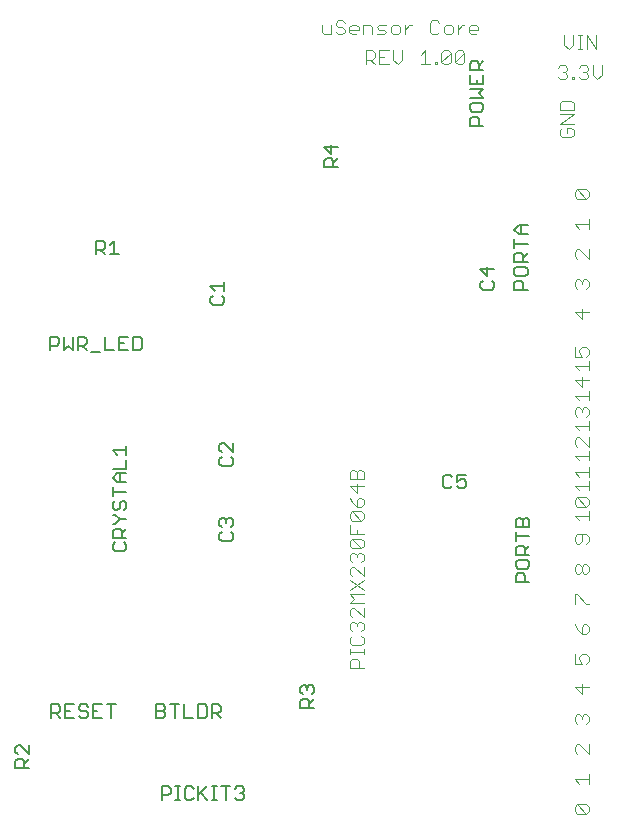
<source format=gbo>
G75*
G70*
%OFA0B0*%
%FSLAX24Y24*%
%IPPOS*%
%LPD*%
%AMOC8*
5,1,8,0,0,1.08239X$1,22.5*
%
%ADD10C,0.0040*%
%ADD11C,0.0050*%
D10*
X014450Y017324D02*
X014450Y017554D01*
X014526Y017631D01*
X014680Y017631D01*
X014757Y017554D01*
X014757Y017324D01*
X014910Y017324D02*
X014450Y017324D01*
X014450Y017784D02*
X014450Y017938D01*
X014450Y017861D02*
X014910Y017861D01*
X014910Y017784D02*
X014910Y017938D01*
X014833Y018091D02*
X014910Y018168D01*
X014910Y018321D01*
X014833Y018398D01*
X014833Y018551D02*
X014910Y018628D01*
X014910Y018782D01*
X014833Y018858D01*
X014757Y018858D01*
X014680Y018782D01*
X014680Y018705D01*
X014680Y018782D02*
X014603Y018858D01*
X014526Y018858D01*
X014450Y018782D01*
X014450Y018628D01*
X014526Y018551D01*
X014526Y018398D02*
X014450Y018321D01*
X014450Y018168D01*
X014526Y018091D01*
X014833Y018091D01*
X014910Y019012D02*
X014603Y019319D01*
X014526Y019319D01*
X014450Y019242D01*
X014450Y019089D01*
X014526Y019012D01*
X014910Y019012D02*
X014910Y019319D01*
X014910Y019472D02*
X014450Y019472D01*
X014603Y019626D01*
X014450Y019779D01*
X014910Y019779D01*
X014910Y019933D02*
X014450Y020240D01*
X014526Y020393D02*
X014450Y020470D01*
X014450Y020623D01*
X014526Y020700D01*
X014603Y020700D01*
X014910Y020393D01*
X014910Y020700D01*
X014833Y020853D02*
X014910Y020930D01*
X014910Y021084D01*
X014833Y021160D01*
X014757Y021160D01*
X014680Y021084D01*
X014680Y021007D01*
X014680Y021084D02*
X014603Y021160D01*
X014526Y021160D01*
X014450Y021084D01*
X014450Y020930D01*
X014526Y020853D01*
X014526Y021314D02*
X014450Y021391D01*
X014450Y021544D01*
X014526Y021621D01*
X014833Y021314D01*
X014910Y021391D01*
X014910Y021544D01*
X014833Y021621D01*
X014526Y021621D01*
X014450Y021774D02*
X014450Y022081D01*
X014526Y022235D02*
X014450Y022311D01*
X014450Y022465D01*
X014526Y022542D01*
X014833Y022235D01*
X014910Y022311D01*
X014910Y022465D01*
X014833Y022542D01*
X014526Y022542D01*
X014680Y022695D02*
X014680Y022925D01*
X014757Y023002D01*
X014833Y023002D01*
X014910Y022925D01*
X014910Y022772D01*
X014833Y022695D01*
X014680Y022695D01*
X014526Y022848D01*
X014450Y023002D01*
X014680Y023155D02*
X014450Y023386D01*
X014910Y023386D01*
X014910Y023616D02*
X014910Y023846D01*
X014833Y023923D01*
X014757Y023923D01*
X014680Y023846D01*
X014680Y023616D01*
X014680Y023462D02*
X014680Y023155D01*
X014910Y023616D02*
X014450Y023616D01*
X014450Y023846D01*
X014526Y023923D01*
X014603Y023923D01*
X014680Y023846D01*
X014833Y022235D02*
X014526Y022235D01*
X014680Y021928D02*
X014680Y021774D01*
X014910Y021774D02*
X014450Y021774D01*
X014526Y021314D02*
X014833Y021314D01*
X014910Y020240D02*
X014450Y019933D01*
X021950Y019777D02*
X021950Y019470D01*
X021950Y019777D02*
X022026Y019777D01*
X022333Y019470D01*
X022410Y019470D01*
X022333Y018777D02*
X022257Y018777D01*
X022180Y018700D01*
X022180Y018470D01*
X022333Y018470D01*
X022410Y018547D01*
X022410Y018700D01*
X022333Y018777D01*
X022026Y018623D02*
X022180Y018470D01*
X022026Y018623D02*
X021950Y018777D01*
X021950Y017777D02*
X021950Y017470D01*
X022180Y017470D01*
X022103Y017623D01*
X022103Y017700D01*
X022180Y017777D01*
X022333Y017777D01*
X022410Y017700D01*
X022410Y017547D01*
X022333Y017470D01*
X022180Y016777D02*
X022180Y016470D01*
X021950Y016700D01*
X022410Y016700D01*
X022333Y015777D02*
X022410Y015700D01*
X022410Y015547D01*
X022333Y015470D01*
X022180Y015623D02*
X022180Y015700D01*
X022257Y015777D01*
X022333Y015777D01*
X022180Y015700D02*
X022103Y015777D01*
X022026Y015777D01*
X021950Y015700D01*
X021950Y015547D01*
X022026Y015470D01*
X022026Y014777D02*
X021950Y014700D01*
X021950Y014547D01*
X022026Y014470D01*
X022026Y014777D02*
X022103Y014777D01*
X022410Y014470D01*
X022410Y014777D01*
X022410Y013777D02*
X022410Y013470D01*
X022410Y013623D02*
X021950Y013623D01*
X022103Y013470D01*
X022026Y012777D02*
X022333Y012470D01*
X022410Y012547D01*
X022410Y012700D01*
X022333Y012777D01*
X022026Y012777D01*
X021950Y012700D01*
X021950Y012547D01*
X022026Y012470D01*
X022333Y012470D01*
X022333Y020470D02*
X022257Y020470D01*
X022180Y020547D01*
X022180Y020700D01*
X022257Y020777D01*
X022333Y020777D01*
X022410Y020700D01*
X022410Y020547D01*
X022333Y020470D01*
X022180Y020547D02*
X022103Y020470D01*
X022026Y020470D01*
X021950Y020547D01*
X021950Y020700D01*
X022026Y020777D01*
X022103Y020777D01*
X022180Y020700D01*
X022103Y021470D02*
X022180Y021547D01*
X022180Y021777D01*
X022333Y021777D02*
X022026Y021777D01*
X021950Y021700D01*
X021950Y021547D01*
X022026Y021470D01*
X022103Y021470D01*
X022333Y021470D02*
X022410Y021547D01*
X022410Y021700D01*
X022333Y021777D01*
X022410Y022240D02*
X022410Y022547D01*
X022410Y022393D02*
X021950Y022393D01*
X022103Y022240D01*
X022026Y022700D02*
X021950Y022777D01*
X021950Y022930D01*
X022026Y023007D01*
X022333Y022700D01*
X022410Y022777D01*
X022410Y022930D01*
X022333Y023007D01*
X022026Y023007D01*
X022103Y023240D02*
X021950Y023393D01*
X022410Y023393D01*
X022410Y023240D02*
X022410Y023547D01*
X022410Y023700D02*
X022410Y024007D01*
X022410Y023853D02*
X021950Y023853D01*
X022103Y023700D01*
X022103Y024240D02*
X021950Y024393D01*
X022410Y024393D01*
X022410Y024240D02*
X022410Y024547D01*
X022410Y024700D02*
X022103Y025007D01*
X022026Y025007D01*
X021950Y024930D01*
X021950Y024777D01*
X022026Y024700D01*
X022410Y024700D02*
X022410Y025007D01*
X022410Y025240D02*
X022410Y025547D01*
X022410Y025393D02*
X021950Y025393D01*
X022103Y025240D01*
X022026Y025700D02*
X021950Y025777D01*
X021950Y025930D01*
X022026Y026007D01*
X022103Y026007D01*
X022180Y025930D01*
X022257Y026007D01*
X022333Y026007D01*
X022410Y025930D01*
X022410Y025777D01*
X022333Y025700D01*
X022180Y025853D02*
X022180Y025930D01*
X022103Y026240D02*
X021950Y026393D01*
X022410Y026393D01*
X022410Y026240D02*
X022410Y026547D01*
X022180Y026700D02*
X022180Y027007D01*
X022410Y026930D02*
X021950Y026930D01*
X022180Y026700D01*
X022103Y027240D02*
X021950Y027393D01*
X022410Y027393D01*
X022410Y027240D02*
X022410Y027547D01*
X022333Y027700D02*
X022410Y027777D01*
X022410Y027930D01*
X022333Y028007D01*
X022180Y028007D01*
X022103Y027930D01*
X022103Y027853D01*
X022180Y027700D01*
X021950Y027700D01*
X021950Y028007D01*
X022180Y028970D02*
X022180Y029277D01*
X022410Y029200D02*
X021950Y029200D01*
X022180Y028970D01*
X022333Y029970D02*
X022410Y030047D01*
X022410Y030200D01*
X022333Y030277D01*
X022257Y030277D01*
X022180Y030200D01*
X022180Y030123D01*
X022180Y030200D02*
X022103Y030277D01*
X022026Y030277D01*
X021950Y030200D01*
X021950Y030047D01*
X022026Y029970D01*
X022026Y030970D02*
X021950Y031047D01*
X021950Y031200D01*
X022026Y031277D01*
X022103Y031277D01*
X022410Y030970D01*
X022410Y031277D01*
X022410Y031970D02*
X022410Y032277D01*
X022410Y032123D02*
X021950Y032123D01*
X022103Y031970D01*
X022026Y032970D02*
X021950Y033047D01*
X021950Y033200D01*
X022026Y033277D01*
X022333Y032970D01*
X022410Y033047D01*
X022410Y033200D01*
X022333Y033277D01*
X022026Y033277D01*
X022026Y032970D02*
X022333Y032970D01*
X021833Y035009D02*
X021526Y035009D01*
X021450Y035086D01*
X021450Y035240D01*
X021526Y035316D01*
X021680Y035316D02*
X021680Y035163D01*
X021680Y035316D02*
X021833Y035316D01*
X021910Y035240D01*
X021910Y035086D01*
X021833Y035009D01*
X021910Y035470D02*
X021450Y035470D01*
X021910Y035777D01*
X021450Y035777D01*
X021450Y035930D02*
X021450Y036160D01*
X021526Y036237D01*
X021833Y036237D01*
X021910Y036160D01*
X021910Y035930D01*
X021450Y035930D01*
X021471Y036950D02*
X021394Y037027D01*
X021471Y036950D02*
X021625Y036950D01*
X021701Y037027D01*
X021701Y037103D01*
X021625Y037180D01*
X021548Y037180D01*
X021625Y037180D02*
X021701Y037257D01*
X021701Y037334D01*
X021625Y037410D01*
X021471Y037410D01*
X021394Y037334D01*
X021855Y037027D02*
X021855Y036950D01*
X021931Y036950D01*
X021931Y037027D01*
X021855Y037027D01*
X022085Y037027D02*
X022162Y036950D01*
X022315Y036950D01*
X022392Y037027D01*
X022392Y037103D01*
X022315Y037180D01*
X022238Y037180D01*
X022315Y037180D02*
X022392Y037257D01*
X022392Y037334D01*
X022315Y037410D01*
X022162Y037410D01*
X022085Y037334D01*
X022545Y037410D02*
X022545Y037103D01*
X022699Y036950D01*
X022852Y037103D01*
X022852Y037410D01*
X022660Y037950D02*
X022660Y038410D01*
X022353Y038410D02*
X022660Y037950D01*
X022353Y037950D02*
X022353Y038410D01*
X022200Y038410D02*
X022047Y038410D01*
X022123Y038410D02*
X022123Y037950D01*
X022047Y037950D02*
X022200Y037950D01*
X021893Y038103D02*
X021893Y038410D01*
X021893Y038103D02*
X021740Y037950D01*
X021586Y038103D01*
X021586Y038410D01*
X018732Y038603D02*
X018425Y038603D01*
X018425Y038527D02*
X018425Y038680D01*
X018502Y038757D01*
X018655Y038757D01*
X018732Y038680D01*
X018732Y038603D01*
X018655Y038450D02*
X018502Y038450D01*
X018425Y038527D01*
X018272Y038757D02*
X018195Y038757D01*
X018042Y038603D01*
X018042Y038450D02*
X018042Y038757D01*
X017888Y038680D02*
X017811Y038757D01*
X017658Y038757D01*
X017581Y038680D01*
X017581Y038527D01*
X017658Y038450D01*
X017811Y038450D01*
X017888Y038527D01*
X017888Y038680D01*
X017428Y038527D02*
X017351Y038450D01*
X017198Y038450D01*
X017121Y038527D01*
X017121Y038834D01*
X017198Y038910D01*
X017351Y038910D01*
X017428Y038834D01*
X016507Y038757D02*
X016430Y038757D01*
X016277Y038603D01*
X016277Y038450D02*
X016277Y038757D01*
X016123Y038680D02*
X016047Y038757D01*
X015893Y038757D01*
X015816Y038680D01*
X015816Y038527D01*
X015893Y038450D01*
X016047Y038450D01*
X016123Y038527D01*
X016123Y038680D01*
X015663Y038757D02*
X015433Y038757D01*
X015356Y038680D01*
X015433Y038603D01*
X015586Y038603D01*
X015663Y038527D01*
X015586Y038450D01*
X015356Y038450D01*
X015202Y038450D02*
X015202Y038680D01*
X015126Y038757D01*
X014896Y038757D01*
X014896Y038450D01*
X014742Y038603D02*
X014435Y038603D01*
X014435Y038527D02*
X014435Y038680D01*
X014512Y038757D01*
X014665Y038757D01*
X014742Y038680D01*
X014742Y038603D01*
X014665Y038450D02*
X014512Y038450D01*
X014435Y038527D01*
X014282Y038527D02*
X014205Y038450D01*
X014051Y038450D01*
X013975Y038527D01*
X014051Y038680D02*
X013975Y038757D01*
X013975Y038834D01*
X014051Y038910D01*
X014205Y038910D01*
X014282Y038834D01*
X014205Y038680D02*
X014282Y038603D01*
X014282Y038527D01*
X014205Y038680D02*
X014051Y038680D01*
X013821Y038757D02*
X013821Y038450D01*
X013591Y038450D01*
X013514Y038527D01*
X013514Y038757D01*
X014974Y037910D02*
X014974Y037450D01*
X014974Y037603D02*
X015204Y037603D01*
X015280Y037680D01*
X015280Y037834D01*
X015204Y037910D01*
X014974Y037910D01*
X015127Y037603D02*
X015280Y037450D01*
X015434Y037450D02*
X015741Y037450D01*
X015894Y037603D02*
X016048Y037450D01*
X016201Y037603D01*
X016201Y037910D01*
X015894Y037910D02*
X015894Y037603D01*
X015587Y037680D02*
X015434Y037680D01*
X015434Y037910D02*
X015434Y037450D01*
X015434Y037910D02*
X015741Y037910D01*
X016815Y037757D02*
X016969Y037910D01*
X016969Y037450D01*
X017122Y037450D02*
X016815Y037450D01*
X017275Y037450D02*
X017275Y037527D01*
X017352Y037527D01*
X017352Y037450D01*
X017275Y037450D01*
X017506Y037527D02*
X017813Y037834D01*
X017813Y037527D01*
X017736Y037450D01*
X017582Y037450D01*
X017506Y037527D01*
X017506Y037834D01*
X017582Y037910D01*
X017736Y037910D01*
X017813Y037834D01*
X017966Y037834D02*
X018043Y037910D01*
X018196Y037910D01*
X018273Y037834D01*
X017966Y037527D01*
X018043Y037450D01*
X018196Y037450D01*
X018273Y037527D01*
X018273Y037834D01*
X017966Y037834D02*
X017966Y037527D01*
X022026Y022700D02*
X022333Y022700D01*
D11*
X008175Y013375D02*
X008175Y012925D01*
X008175Y013075D02*
X008400Y013075D01*
X008475Y013150D01*
X008475Y013300D01*
X008400Y013375D01*
X008175Y013375D01*
X008635Y013375D02*
X008786Y013375D01*
X008710Y013375D02*
X008710Y012925D01*
X008635Y012925D02*
X008786Y012925D01*
X008942Y013000D02*
X009017Y012925D01*
X009168Y012925D01*
X009243Y013000D01*
X009403Y012925D02*
X009403Y013375D01*
X009243Y013300D02*
X009168Y013375D01*
X009017Y013375D01*
X008942Y013300D01*
X008942Y013000D01*
X009403Y013075D02*
X009703Y013375D01*
X009863Y013375D02*
X010013Y013375D01*
X009938Y013375D02*
X009938Y012925D01*
X009863Y012925D02*
X010013Y012925D01*
X010320Y012925D02*
X010320Y013375D01*
X010170Y013375D02*
X010470Y013375D01*
X010630Y013300D02*
X010705Y013375D01*
X010856Y013375D01*
X010931Y013300D01*
X010931Y013225D01*
X010856Y013150D01*
X010931Y013075D01*
X010931Y013000D01*
X010856Y012925D01*
X010705Y012925D01*
X010630Y013000D01*
X010781Y013150D02*
X010856Y013150D01*
X009703Y012925D02*
X009478Y013150D01*
X009386Y015655D02*
X009611Y015655D01*
X009686Y015730D01*
X009686Y016030D01*
X009611Y016105D01*
X009386Y016105D01*
X009386Y015655D01*
X009226Y015655D02*
X008926Y015655D01*
X008926Y016105D01*
X008766Y016105D02*
X008465Y016105D01*
X008616Y016105D02*
X008616Y015655D01*
X008305Y015730D02*
X008230Y015655D01*
X008005Y015655D01*
X008005Y016105D01*
X008230Y016105D01*
X008305Y016030D01*
X008305Y015955D01*
X008230Y015880D01*
X008005Y015880D01*
X008230Y015880D02*
X008305Y015805D01*
X008305Y015730D01*
X009847Y015655D02*
X009847Y016105D01*
X010072Y016105D01*
X010147Y016030D01*
X010147Y015880D01*
X010072Y015805D01*
X009847Y015805D01*
X009997Y015805D02*
X010147Y015655D01*
X012805Y015984D02*
X012805Y016209D01*
X012880Y016284D01*
X013030Y016284D01*
X013105Y016209D01*
X013105Y015984D01*
X013255Y015984D02*
X012805Y015984D01*
X013105Y016134D02*
X013255Y016284D01*
X013180Y016445D02*
X013255Y016520D01*
X013255Y016670D01*
X013180Y016745D01*
X013105Y016745D01*
X013030Y016670D01*
X013030Y016595D01*
X013030Y016670D02*
X012955Y016745D01*
X012880Y016745D01*
X012805Y016670D01*
X012805Y016520D01*
X012880Y016445D01*
X010480Y021555D02*
X010555Y021630D01*
X010555Y021780D01*
X010480Y021855D01*
X010480Y022015D02*
X010555Y022090D01*
X010555Y022241D01*
X010480Y022316D01*
X010405Y022316D01*
X010330Y022241D01*
X010330Y022166D01*
X010330Y022241D02*
X010255Y022316D01*
X010180Y022316D01*
X010105Y022241D01*
X010105Y022090D01*
X010180Y022015D01*
X010180Y021855D02*
X010105Y021780D01*
X010105Y021630D01*
X010180Y021555D01*
X010480Y021555D01*
X010480Y024055D02*
X010555Y024130D01*
X010555Y024280D01*
X010480Y024355D01*
X010555Y024515D02*
X010255Y024816D01*
X010180Y024816D01*
X010105Y024741D01*
X010105Y024590D01*
X010180Y024515D01*
X010180Y024355D02*
X010105Y024280D01*
X010105Y024130D01*
X010180Y024055D01*
X010480Y024055D01*
X010555Y024515D02*
X010555Y024816D01*
X007443Y027915D02*
X007518Y027990D01*
X007518Y028290D01*
X007443Y028365D01*
X007217Y028365D01*
X007217Y027915D01*
X007443Y027915D01*
X007057Y027915D02*
X006757Y027915D01*
X006757Y028365D01*
X007057Y028365D01*
X006907Y028140D02*
X006757Y028140D01*
X006597Y027915D02*
X006297Y027915D01*
X006297Y028365D01*
X006136Y027840D02*
X005836Y027840D01*
X005676Y027915D02*
X005526Y028065D01*
X005601Y028065D02*
X005376Y028065D01*
X005376Y027915D02*
X005376Y028365D01*
X005601Y028365D01*
X005676Y028290D01*
X005676Y028140D01*
X005601Y028065D01*
X005216Y027915D02*
X005216Y028365D01*
X004915Y028365D02*
X004915Y027915D01*
X005066Y028065D01*
X005216Y027915D01*
X004755Y028140D02*
X004680Y028065D01*
X004455Y028065D01*
X004455Y027915D02*
X004455Y028365D01*
X004680Y028365D01*
X004755Y028290D01*
X004755Y028140D01*
X005984Y031105D02*
X005984Y031555D01*
X006209Y031555D01*
X006284Y031480D01*
X006284Y031330D01*
X006209Y031255D01*
X005984Y031255D01*
X006134Y031255D02*
X006284Y031105D01*
X006445Y031105D02*
X006745Y031105D01*
X006595Y031105D02*
X006595Y031555D01*
X006445Y031405D01*
X009805Y030045D02*
X010255Y030045D01*
X010255Y029895D02*
X010255Y030195D01*
X009955Y029895D02*
X009805Y030045D01*
X009880Y029734D02*
X009805Y029659D01*
X009805Y029509D01*
X009880Y029434D01*
X010180Y029434D01*
X010255Y029509D01*
X010255Y029659D01*
X010180Y029734D01*
X013605Y034005D02*
X013605Y034230D01*
X013680Y034305D01*
X013830Y034305D01*
X013905Y034230D01*
X013905Y034005D01*
X014055Y034005D02*
X013605Y034005D01*
X013905Y034155D02*
X014055Y034305D01*
X013830Y034465D02*
X013830Y034766D01*
X014055Y034691D02*
X013605Y034691D01*
X013830Y034465D01*
X018455Y035403D02*
X018455Y035628D01*
X018530Y035703D01*
X018680Y035703D01*
X018755Y035628D01*
X018755Y035403D01*
X018905Y035403D02*
X018455Y035403D01*
X018530Y035863D02*
X018830Y035863D01*
X018905Y035938D01*
X018905Y036089D01*
X018830Y036164D01*
X018530Y036164D01*
X018455Y036089D01*
X018455Y035938D01*
X018530Y035863D01*
X018455Y036324D02*
X018905Y036324D01*
X018755Y036474D01*
X018905Y036624D01*
X018455Y036624D01*
X018455Y036784D02*
X018905Y036784D01*
X018905Y037084D01*
X018905Y037245D02*
X018455Y037245D01*
X018455Y037470D01*
X018530Y037545D01*
X018680Y037545D01*
X018755Y037470D01*
X018755Y037245D01*
X018755Y037395D02*
X018905Y037545D01*
X018455Y037084D02*
X018455Y036784D01*
X018680Y036784D02*
X018680Y036934D01*
X020075Y032075D02*
X020375Y032075D01*
X020150Y032075D02*
X020150Y031775D01*
X020075Y031775D02*
X019925Y031925D01*
X020075Y032075D01*
X020075Y031775D02*
X020375Y031775D01*
X020375Y031464D02*
X019925Y031464D01*
X019925Y031314D02*
X019925Y031614D01*
X020000Y031154D02*
X020150Y031154D01*
X020225Y031079D01*
X020225Y030854D01*
X020225Y031004D02*
X020375Y031154D01*
X020375Y030854D02*
X019925Y030854D01*
X019925Y031079D01*
X020000Y031154D01*
X020000Y030694D02*
X019925Y030619D01*
X019925Y030468D01*
X020000Y030393D01*
X020300Y030393D01*
X020375Y030468D01*
X020375Y030619D01*
X020300Y030694D01*
X020000Y030694D01*
X020000Y030233D02*
X020150Y030233D01*
X020225Y030158D01*
X020225Y029933D01*
X020375Y029933D02*
X019925Y029933D01*
X019925Y030158D01*
X020000Y030233D01*
X019255Y030159D02*
X019255Y030009D01*
X019180Y029934D01*
X018880Y029934D01*
X018805Y030009D01*
X018805Y030159D01*
X018880Y030234D01*
X019030Y030395D02*
X019030Y030695D01*
X019255Y030620D02*
X018805Y030620D01*
X019030Y030395D01*
X019180Y030234D02*
X019255Y030159D01*
X018316Y023755D02*
X018015Y023755D01*
X018015Y023530D01*
X018166Y023605D01*
X018241Y023605D01*
X018316Y023530D01*
X018316Y023380D01*
X018241Y023305D01*
X018090Y023305D01*
X018015Y023380D01*
X017855Y023380D02*
X017780Y023305D01*
X017630Y023305D01*
X017555Y023380D01*
X017555Y023680D01*
X017630Y023755D01*
X017780Y023755D01*
X017855Y023680D01*
X019985Y022242D02*
X019985Y022017D01*
X020435Y022017D01*
X020435Y022242D01*
X020360Y022317D01*
X020285Y022317D01*
X020210Y022242D01*
X020210Y022017D01*
X020210Y022242D02*
X020135Y022317D01*
X020060Y022317D01*
X019985Y022242D01*
X019985Y021856D02*
X019985Y021556D01*
X019985Y021706D02*
X020435Y021706D01*
X020435Y021396D02*
X020285Y021246D01*
X020285Y021321D02*
X020285Y021096D01*
X020435Y021096D02*
X019985Y021096D01*
X019985Y021321D01*
X020060Y021396D01*
X020210Y021396D01*
X020285Y021321D01*
X020360Y020936D02*
X020060Y020936D01*
X019985Y020861D01*
X019985Y020710D01*
X020060Y020635D01*
X020360Y020635D01*
X020435Y020710D01*
X020435Y020861D01*
X020360Y020936D01*
X020210Y020475D02*
X020285Y020400D01*
X020285Y020175D01*
X020435Y020175D02*
X019985Y020175D01*
X019985Y020400D01*
X020060Y020475D01*
X020210Y020475D01*
X007005Y021280D02*
X006930Y021205D01*
X006630Y021205D01*
X006555Y021280D01*
X006555Y021430D01*
X006630Y021505D01*
X006555Y021665D02*
X006555Y021891D01*
X006630Y021966D01*
X006780Y021966D01*
X006855Y021891D01*
X006855Y021665D01*
X007005Y021665D02*
X006555Y021665D01*
X006855Y021816D02*
X007005Y021966D01*
X007005Y022276D02*
X006780Y022276D01*
X006630Y022426D01*
X006555Y022426D01*
X006630Y022586D02*
X006705Y022586D01*
X006780Y022661D01*
X006780Y022811D01*
X006855Y022886D01*
X006930Y022886D01*
X007005Y022811D01*
X007005Y022661D01*
X006930Y022586D01*
X006630Y022586D02*
X006555Y022661D01*
X006555Y022811D01*
X006630Y022886D01*
X006555Y023047D02*
X006555Y023347D01*
X006555Y023197D02*
X007005Y023197D01*
X007005Y023507D02*
X006705Y023507D01*
X006555Y023657D01*
X006705Y023807D01*
X007005Y023807D01*
X007005Y023967D02*
X007005Y024268D01*
X007005Y024428D02*
X007005Y024728D01*
X007005Y024578D02*
X006555Y024578D01*
X006705Y024428D01*
X006555Y023967D02*
X007005Y023967D01*
X006780Y023807D02*
X006780Y023507D01*
X006780Y022276D02*
X006630Y022126D01*
X006555Y022126D01*
X006930Y021505D02*
X007005Y021430D01*
X007005Y021280D01*
X006647Y016105D02*
X006347Y016105D01*
X006497Y016105D02*
X006497Y015655D01*
X006186Y015655D02*
X005886Y015655D01*
X005886Y016105D01*
X006186Y016105D01*
X006036Y015880D02*
X005886Y015880D01*
X005726Y015805D02*
X005726Y015730D01*
X005651Y015655D01*
X005501Y015655D01*
X005426Y015730D01*
X005501Y015880D02*
X005651Y015880D01*
X005726Y015805D01*
X005726Y016030D02*
X005651Y016105D01*
X005501Y016105D01*
X005426Y016030D01*
X005426Y015955D01*
X005501Y015880D01*
X005266Y015655D02*
X004965Y015655D01*
X004965Y016105D01*
X005266Y016105D01*
X005116Y015880D02*
X004965Y015880D01*
X004805Y015880D02*
X004730Y015805D01*
X004505Y015805D01*
X004505Y015655D02*
X004505Y016105D01*
X004730Y016105D01*
X004805Y016030D01*
X004805Y015880D01*
X004655Y015805D02*
X004805Y015655D01*
X003755Y014745D02*
X003755Y014445D01*
X003455Y014745D01*
X003380Y014745D01*
X003305Y014670D01*
X003305Y014520D01*
X003380Y014445D01*
X003380Y014284D02*
X003530Y014284D01*
X003605Y014209D01*
X003605Y013984D01*
X003755Y013984D02*
X003305Y013984D01*
X003305Y014209D01*
X003380Y014284D01*
X003605Y014134D02*
X003755Y014284D01*
M02*

</source>
